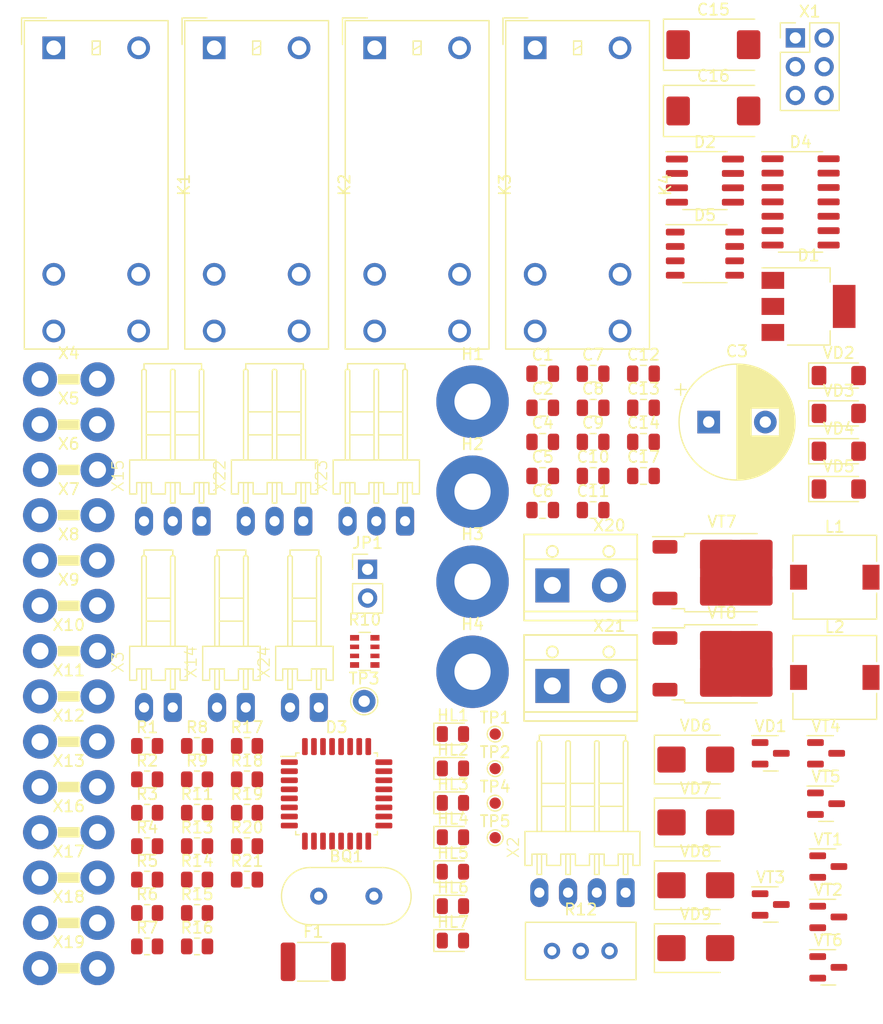
<source format=kicad_pcb>
(kicad_pcb (version 20221018) (generator pcbnew)

  (general
    (thickness 1.6)
  )

  (paper "A4")
  (layers
    (0 "F.Cu" signal)
    (31 "B.Cu" signal)
    (32 "B.Adhes" user "B.Adhesive")
    (33 "F.Adhes" user "F.Adhesive")
    (34 "B.Paste" user)
    (35 "F.Paste" user)
    (36 "B.SilkS" user "B.Silkscreen")
    (37 "F.SilkS" user "F.Silkscreen")
    (38 "B.Mask" user)
    (39 "F.Mask" user)
    (40 "Dwgs.User" user "User.Drawings")
    (41 "Cmts.User" user "User.Comments")
    (42 "Eco1.User" user "User.Eco1")
    (43 "Eco2.User" user "User.Eco2")
    (44 "Edge.Cuts" user)
    (45 "Margin" user)
    (46 "B.CrtYd" user "B.Courtyard")
    (47 "F.CrtYd" user "F.Courtyard")
    (48 "B.Fab" user)
    (49 "F.Fab" user)
    (50 "User.1" user)
    (51 "User.2" user)
    (52 "User.3" user)
    (53 "User.4" user)
    (54 "User.5" user)
    (55 "User.6" user)
    (56 "User.7" user)
    (57 "User.8" user)
    (58 "User.9" user)
  )

  (setup
    (pad_to_mask_clearance 0)
    (pcbplotparams
      (layerselection 0x00010fc_ffffffff)
      (plot_on_all_layers_selection 0x0000000_00000000)
      (disableapertmacros false)
      (usegerberextensions false)
      (usegerberattributes true)
      (usegerberadvancedattributes true)
      (creategerberjobfile true)
      (dashed_line_dash_ratio 12.000000)
      (dashed_line_gap_ratio 3.000000)
      (svgprecision 4)
      (plotframeref false)
      (viasonmask false)
      (mode 1)
      (useauxorigin false)
      (hpglpennumber 1)
      (hpglpenspeed 20)
      (hpglpendiameter 15.000000)
      (dxfpolygonmode true)
      (dxfimperialunits true)
      (dxfusepcbnewfont true)
      (psnegative false)
      (psa4output false)
      (plotreference true)
      (plotvalue true)
      (plotinvisibletext false)
      (sketchpadsonfab false)
      (subtractmaskfromsilk false)
      (outputformat 1)
      (mirror false)
      (drillshape 1)
      (scaleselection 1)
      (outputdirectory "")
    )
  )

  (net 0 "")
  (net 1 "Net-(D3-PF1)")
  (net 2 "Net-(D3-PF0)")
  (net 3 "GND")
  (net 4 "+12V")
  (net 5 "+3V3")
  (net 6 "E_STOP")
  (net 7 "Net-(D5A--)")
  (net 8 "Net-(D5A-+)")
  (net 9 "WATER")
  (net 10 "Net-(VD8-K)")
  (net 11 "Net-(VD9-K)")
  (net 12 "LIGHTS_SW")
  (net 13 "U1_RX")
  (net 14 "TXEN")
  (net 15 "U1_TX")
  (net 16 "Net-(D2-A)")
  (net 17 "Net-(D2-B)")
  (net 18 "RESET")
  (net 19 "Net-(D3-PA2)")
  (net 20 "Net-(D3-PA3)")
  (net 21 "LIGHTS")
  (net 22 "RL_EN")
  (net 23 "LED_AUX")
  (net 24 "LED_MAIN")
  (net 25 "LED_ERR")
  (net 26 "LED_ACT")
  (net 27 "unconnected-(D3-PA12-Pad22)")
  (net 28 "SWDIO")
  (net 29 "SWCLK")
  (net 30 "RL_AUX")
  (net 31 "RL_MAIN_uC")
  (net 32 "MOTOR1")
  (net 33 "MOTOR2")
  (net 34 "Net-(D3-PB6)")
  (net 35 "Net-(D3-PB7)")
  (net 36 "Net-(D4A-B)")
  (net 37 "LED_STOP")
  (net 38 "Net-(D4D-A)")
  (net 39 "RL_MAIN")
  (net 40 "Net-(X2-Pin_1)")
  (net 41 "unconnected-(H1-Pad1)")
  (net 42 "unconnected-(H2-Pad1)")
  (net 43 "unconnected-(H3-Pad1)")
  (net 44 "Net-(HL1-K)")
  (net 45 "Net-(HL2-K)")
  (net 46 "Net-(HL3-K)")
  (net 47 "Net-(HL4-K)")
  (net 48 "Net-(HL5-K)")
  (net 49 "Net-(HL6-K)")
  (net 50 "Net-(HL7-K)")
  (net 51 "Net-(X6-Pin_1)")
  (net 52 "Net-(X4-Pin_1)")
  (net 53 "Net-(VD2-A)")
  (net 54 "Net-(X7-Pin_1)")
  (net 55 "Net-(X5-Pin_1)")
  (net 56 "Net-(X11-Pin_1)")
  (net 57 "Net-(X10-Pin_1)")
  (net 58 "Net-(VD4-A)")
  (net 59 "Net-(X18-Pin_1)")
  (net 60 "Net-(X17-Pin_1)")
  (net 61 "Net-(X19-Pin_1)")
  (net 62 "Net-(X16-Pin_1)")
  (net 63 "Net-(VD5-A)")
  (net 64 "Net-(VD6-K)")
  (net 65 "Net-(VD7-K)")
  (net 66 "Net-(VT4-D)")
  (net 67 "Net-(VT5-D)")
  (net 68 "Net-(X15-Pin_1)")
  (net 69 "Net-(VT3-D)")
  (net 70 "unconnected-(X1-Pin_4-Pad4)")
  (net 71 "unconnected-(X15-Pin_2-Pad2)")
  (net 72 "unconnected-(X22-Pin_2-Pad2)")
  (net 73 "unconnected-(X23-Pin_2-Pad2)")

  (footprint "Package_SO:SOIC-8_3.9x4.9mm_P1.27mm" (layer "F.Cu") (at 77.1625 34.33))

  (footprint "Resistor_SMD:R_0805_2012Metric" (layer "F.Cu") (at 32.3025 99))

  (footprint "Relay_THT:Relay_SPST_Omron_G2RL-1A-E" (layer "F.Cu") (at 33.8125 22.605))

  (footprint "Ecohim:Connector_TAB_6.35mm" (layer "F.Cu") (at 20.9625 71.875))

  (footprint "Capacitor_SMD:C_0805_2012Metric" (layer "F.Cu") (at 71.7325 51.38))

  (footprint "Resistor_SMD:R_0805_2012Metric" (layer "F.Cu") (at 27.8925 87.2))

  (footprint "Diode_SMD:D_SMB" (layer "F.Cu") (at 76.3575 102.1))

  (footprint "LED_SMD:LED_0805_2012Metric" (layer "F.Cu") (at 54.9025 92.315))

  (footprint "TestPoint:TestPoint_Pad_D1.0mm" (layer "F.Cu") (at 58.6325 83.2))

  (footprint "Diode_SMD:D_SMB" (layer "F.Cu") (at 76.3575 91))

  (footprint "Ecohim:DS1070-3MR_WF-3RA_CONNFLY" (layer "F.Cu") (at 36.6025 64.4))

  (footprint "LED_SMD:LED_0805_2012Metric" (layer "F.Cu") (at 54.9025 95.355))

  (footprint "Resistor_SMD:R_0805_2012Metric" (layer "F.Cu") (at 36.7125 96.05))

  (footprint "Ecohim:Connector_TAB_6.35mm" (layer "F.Cu") (at 20.9625 83.875))

  (footprint "LED_SMD:LED_0805_2012Metric" (layer "F.Cu") (at 54.9025 86.235))

  (footprint "Capacitor_SMD:C_0805_2012Metric" (layer "F.Cu") (at 71.7325 60.41))

  (footprint "Fuse:Fuse_1812_4532Metric_Pad1.30x3.40mm_HandSolder" (layer "F.Cu") (at 42.5625 103.31))

  (footprint "Capacitor_SMD:C_0805_2012Metric" (layer "F.Cu") (at 67.2825 57.4))

  (footprint "Ecohim:Connector_TAB_6.35mm" (layer "F.Cu") (at 20.9625 79.875))

  (footprint "Capacitor_SMD:C_0805_2012Metric" (layer "F.Cu") (at 62.8325 63.42))

  (footprint "TestPoint:TestPoint_Pad_D1.0mm" (layer "F.Cu") (at 58.6325 89.3))

  (footprint "Diode_SMD:D_MiniMELF" (layer "F.Cu") (at 88.9875 54.885))

  (footprint "Ecohim:Connector_TAB_6.35mm" (layer "F.Cu") (at 20.9625 75.875))

  (footprint "Capacitor_SMD:C_0805_2012Metric" (layer "F.Cu") (at 67.2825 60.41))

  (footprint "Ecohim:Connector_TAB_6.35mm" (layer "F.Cu") (at 20.9625 67.875))

  (footprint "Resistor_SMD:R_0805_2012Metric" (layer "F.Cu") (at 27.8925 96.05))

  (footprint "Package_TO_SOT_SMD:TO-252-2" (layer "F.Cu") (at 78.6725 68.95))

  (footprint "Resistor_SMD:R_0805_2012Metric" (layer "F.Cu") (at 32.3025 90.15))

  (footprint "Ecohim:Connector_TAB_6.35mm" (layer "F.Cu") (at 20.9625 91.875))

  (footprint "Resistor_SMD:R_Array_Convex_4x0603" (layer "F.Cu") (at 47.1125 75.9))

  (footprint "Package_TO_SOT_SMD:TO-252-2" (layer "F.Cu") (at 78.6725 77))

  (footprint "Ecohim:TerminalBlock_KLS2-301-5.00-02P" (layer "F.Cu") (at 66.1825 78.95))

  (footprint "Resistor_SMD:R_0805_2012Metric" (layer "F.Cu") (at 27.8925 99))

  (footprint "Relay_THT:Relay_DPST_Omron_G2RL-2A" (layer "F.Cu") (at 62.1625 22.605))

  (footprint "Capacitor_SMD:C_0805_2012Metric" (layer "F.Cu") (at 67.2825 54.39))

  (footprint "TestPoint:TestPoint_Pad_D1.0mm" (layer "F.Cu") (at 58.6325 86.25))

  (footprint "Diode_SMD:D_SMB" (layer "F.Cu") (at 76.3575 96.55))

  (footprint "Package_TO_SOT_SMD:SOT-23" (layer "F.Cu") (at 82.9725 84.9))

  (footprint "Capacitor_SMD:C_0805_2012Metric" (layer "F.Cu") (at 62.8325 57.4))

  (footprint "Connector_PinHeader_2.54mm:PinHeader_2x03_P2.54mm_Vertical" (layer "F.Cu") (at 85.1525 21.73))

  (footprint "MountingHole:MountingHole_3.2mm_M3_Pad" (layer "F.Cu") (at 56.6325 69.75))

  (footprint "LED_SMD:LED_0805_2012Metric" (layer "F.Cu") (at 54.9025 83.195))

  (footprint "Ecohim:Connector_TAB_6.35mm" (layer "F.Cu") (at 20.9625 99.875))

  (footprint "Package_TO_SOT_SMD:SOT-23" (layer "F.Cu") (at 87.8625 89.35))

  (footprint "Ecohim:Connector_TAB_6.35mm" (layer "F.Cu") (at 20.9625 87.875))

  (footprint "Package_SO:SOIC-14_3.9x8.7mm_P1.27mm" (layer "F.Cu") (at 85.6125 36.21))

  (footprint "Package_TO_SOT_SMD:SOT-223-3_TabPin2" (layer "F.Cu") (at 86.3125 45.44))

  (footprint "Diode_SMD:D_MiniMELF" (layer "F.Cu") (at 88.9875 61.565))

  (footprint "Resistor_SMD:R_0805_2012Metric" (layer "F.Cu") (at 36.7125 90.15))

  (footprint "Diode_SMD:D_MiniMELF" (layer "F.Cu") (at 88.9875 51.545))

  (footprint "Resistor_SMD:R_0805_2012Metric" (layer "F.Cu") (at 32.3025 93.1))

  (footprint "MountingHole:MountingHole_3.2mm_M3_Pad" (layer "F.Cu") (at 56.6325 53.85))

  (footprint "Resistor_SMD:R_0805_2012Metric" (layer "F.Cu") (at 36.7125 87.2))

  (footprint "MountingHole:MountingHole_3.2mm_M3_Pad" (layer "F.Cu") (at 56.6325 77.7))

  (footprint "TestPoint:TestPoint_Pad_D1.0mm" (layer "F.Cu") (at 58.6325 92.35))

  (footprint "Ecohim:TerminalBlock_KLS2-301-5.00-02P" (layer "F.Cu")
   
... [259906 chars truncated]
</source>
